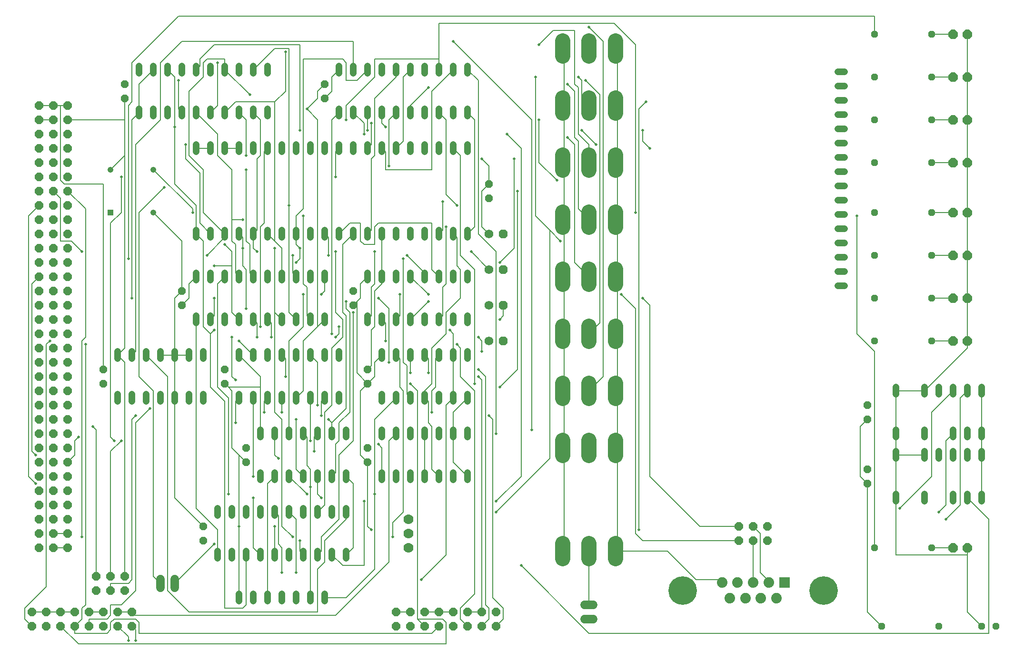
<source format=gbr>
G04 EAGLE Gerber RS-274X export*
G75*
%MOMM*%
%FSLAX34Y34*%
%LPD*%
%INTop Copper*%
%IPPOS*%
%AMOC8*
5,1,8,0,0,1.08239X$1,22.5*%
G01*
%ADD10P,1.649562X8X202.500000*%
%ADD11P,1.319650X8X202.500000*%
%ADD12C,1.219200*%
%ADD13P,1.814519X8X22.500000*%
%ADD14C,2.705100*%
%ADD15P,1.649562X8X22.500000*%
%ADD16C,1.050000*%
%ADD17R,1.050000X1.050000*%
%ADD18C,1.524000*%
%ADD19C,1.200000*%
%ADD20C,1.778000*%
%ADD21P,1.704548X8X22.500000*%
%ADD22C,1.574800*%
%ADD23P,1.539592X8X112.500000*%
%ADD24R,1.879600X1.879600*%
%ADD25C,1.879600*%
%ADD26C,5.080000*%
%ADD27C,0.152400*%
%ADD28C,0.508000*%


D10*
X50800Y177800D03*
X50800Y203200D03*
X50800Y228600D03*
X50800Y254000D03*
X50800Y279400D03*
X50800Y304800D03*
X50800Y330200D03*
X50800Y355600D03*
X50800Y381000D03*
X50800Y406400D03*
X50800Y431800D03*
X50800Y457200D03*
X50800Y482600D03*
X50800Y508000D03*
X50800Y533400D03*
X50800Y558800D03*
X76200Y177800D03*
X76200Y203200D03*
X76200Y228600D03*
X76200Y254000D03*
X76200Y279400D03*
X76200Y304800D03*
X76200Y330200D03*
X76200Y355600D03*
X76200Y381000D03*
X76200Y406400D03*
X76200Y431800D03*
X76200Y457200D03*
X76200Y482600D03*
X76200Y508000D03*
X76200Y533400D03*
X76200Y558800D03*
X101600Y177800D03*
X101600Y203200D03*
X101600Y228600D03*
X101600Y254000D03*
X101600Y279400D03*
X101600Y304800D03*
X101600Y330200D03*
X101600Y355600D03*
X101600Y381000D03*
X101600Y406400D03*
X101600Y431800D03*
X101600Y457200D03*
X101600Y482600D03*
X101600Y508000D03*
X101600Y533400D03*
X101600Y558800D03*
X50800Y584200D03*
X50800Y609600D03*
X50800Y635000D03*
X50800Y660400D03*
X50800Y685800D03*
X50800Y711200D03*
X50800Y736600D03*
X50800Y762000D03*
X50800Y787400D03*
X50800Y812800D03*
X50800Y838200D03*
X50800Y863600D03*
X50800Y889000D03*
X50800Y914400D03*
X50800Y939800D03*
X50800Y965200D03*
X76200Y584200D03*
X76200Y609600D03*
X76200Y635000D03*
X76200Y660400D03*
X76200Y685800D03*
X76200Y711200D03*
X76200Y736600D03*
X76200Y762000D03*
X76200Y787400D03*
X76200Y812800D03*
X76200Y838200D03*
X76200Y863600D03*
X76200Y889000D03*
X76200Y914400D03*
X76200Y939800D03*
X76200Y965200D03*
X101600Y584200D03*
X101600Y609600D03*
X101600Y635000D03*
X101600Y660400D03*
X101600Y685800D03*
X101600Y711200D03*
X101600Y736600D03*
X101600Y762000D03*
X101600Y787400D03*
X101600Y812800D03*
X101600Y838200D03*
X101600Y863600D03*
X101600Y889000D03*
X101600Y914400D03*
X101600Y939800D03*
X101600Y965200D03*
D11*
X1752600Y38100D03*
X1727200Y38100D03*
X1651000Y38100D03*
X1549400Y38100D03*
D12*
X330200Y730504D02*
X330200Y742696D01*
X355600Y742696D02*
X355600Y730504D01*
X482600Y730504D02*
X482600Y742696D01*
X508000Y742696D02*
X508000Y730504D01*
X381000Y730504D02*
X381000Y742696D01*
X406400Y742696D02*
X406400Y730504D01*
X457200Y730504D02*
X457200Y742696D01*
X431800Y742696D02*
X431800Y730504D01*
X533400Y730504D02*
X533400Y742696D01*
X558800Y742696D02*
X558800Y730504D01*
X584200Y730504D02*
X584200Y742696D01*
X609600Y742696D02*
X609600Y730504D01*
X635000Y730504D02*
X635000Y742696D01*
X660400Y742696D02*
X660400Y730504D01*
X685800Y730504D02*
X685800Y742696D01*
X711200Y742696D02*
X711200Y730504D01*
X736600Y730504D02*
X736600Y742696D01*
X762000Y742696D02*
X762000Y730504D01*
X787400Y730504D02*
X787400Y742696D01*
X812800Y742696D02*
X812800Y730504D01*
X812800Y882904D02*
X812800Y895096D01*
X787400Y895096D02*
X787400Y882904D01*
X762000Y882904D02*
X762000Y895096D01*
X736600Y895096D02*
X736600Y882904D01*
X711200Y882904D02*
X711200Y895096D01*
X685800Y895096D02*
X685800Y882904D01*
X660400Y882904D02*
X660400Y895096D01*
X635000Y895096D02*
X635000Y882904D01*
X609600Y882904D02*
X609600Y895096D01*
X584200Y895096D02*
X584200Y882904D01*
X558800Y882904D02*
X558800Y895096D01*
X533400Y895096D02*
X533400Y882904D01*
X508000Y882904D02*
X508000Y895096D01*
X482600Y895096D02*
X482600Y882904D01*
X457200Y882904D02*
X457200Y895096D01*
X431800Y895096D02*
X431800Y882904D01*
X406400Y882904D02*
X406400Y895096D01*
X381000Y895096D02*
X381000Y882904D01*
X355600Y882904D02*
X355600Y895096D01*
X330200Y895096D02*
X330200Y882904D01*
X635000Y590296D02*
X635000Y578104D01*
X660400Y578104D02*
X660400Y590296D01*
X787400Y590296D02*
X787400Y578104D01*
X812800Y578104D02*
X812800Y590296D01*
X685800Y590296D02*
X685800Y578104D01*
X711200Y578104D02*
X711200Y590296D01*
X762000Y590296D02*
X762000Y578104D01*
X736600Y578104D02*
X736600Y590296D01*
X812800Y654304D02*
X812800Y666496D01*
X787400Y666496D02*
X787400Y654304D01*
X762000Y654304D02*
X762000Y666496D01*
X736600Y666496D02*
X736600Y654304D01*
X711200Y654304D02*
X711200Y666496D01*
X685800Y666496D02*
X685800Y654304D01*
X660400Y654304D02*
X660400Y666496D01*
X635000Y666496D02*
X635000Y654304D01*
D13*
X1676400Y177800D03*
X1701800Y177800D03*
D14*
X1075690Y342075D02*
X1075690Y369126D01*
X1028700Y369126D02*
X1028700Y342075D01*
X981710Y342075D02*
X981710Y369126D01*
X1075690Y443675D02*
X1075690Y470726D01*
X1028700Y470726D02*
X1028700Y443675D01*
X981710Y443675D02*
X981710Y470726D01*
X1075690Y545275D02*
X1075690Y572326D01*
X1028700Y572326D02*
X1028700Y545275D01*
X981710Y545275D02*
X981710Y572326D01*
X1075690Y646875D02*
X1075690Y673926D01*
X1028700Y673926D02*
X1028700Y646875D01*
X981710Y646875D02*
X981710Y673926D01*
X1075690Y748475D02*
X1075690Y775526D01*
X1028700Y775526D02*
X1028700Y748475D01*
X981710Y748475D02*
X981710Y775526D01*
X1075690Y850075D02*
X1075690Y877126D01*
X1028700Y877126D02*
X1028700Y850075D01*
X981710Y850075D02*
X981710Y877126D01*
X1075690Y951675D02*
X1075690Y978726D01*
X1028700Y978726D02*
X1028700Y951675D01*
X981710Y951675D02*
X981710Y978726D01*
X1075690Y1053275D02*
X1075690Y1080326D01*
X1028700Y1080326D02*
X1028700Y1053275D01*
X981710Y1053275D02*
X981710Y1080326D01*
D12*
X228600Y958596D02*
X228600Y946404D01*
X254000Y946404D02*
X254000Y958596D01*
X381000Y958596D02*
X381000Y946404D01*
X406400Y946404D02*
X406400Y958596D01*
X279400Y958596D02*
X279400Y946404D01*
X304800Y946404D02*
X304800Y958596D01*
X355600Y958596D02*
X355600Y946404D01*
X330200Y946404D02*
X330200Y958596D01*
X431800Y958596D02*
X431800Y946404D01*
X457200Y946404D02*
X457200Y958596D01*
X457200Y1022604D02*
X457200Y1034796D01*
X431800Y1034796D02*
X431800Y1022604D01*
X406400Y1022604D02*
X406400Y1034796D01*
X381000Y1034796D02*
X381000Y1022604D01*
X355600Y1022604D02*
X355600Y1034796D01*
X330200Y1034796D02*
X330200Y1022604D01*
X304800Y1022604D02*
X304800Y1034796D01*
X279400Y1034796D02*
X279400Y1022604D01*
X254000Y1022604D02*
X254000Y1034796D01*
X228600Y1034796D02*
X228600Y1022604D01*
D11*
X1638300Y177800D03*
X1536700Y177800D03*
D13*
X1676400Y546100D03*
X1701800Y546100D03*
X1676400Y622300D03*
X1701800Y622300D03*
X1676400Y698500D03*
X1701800Y698500D03*
X1676400Y774700D03*
X1701800Y774700D03*
X1676400Y863600D03*
X1701800Y863600D03*
X1676400Y939800D03*
X1701800Y939800D03*
X1676400Y1016000D03*
X1701800Y1016000D03*
X1676400Y1092200D03*
X1701800Y1092200D03*
D11*
X1638300Y546100D03*
X1536700Y546100D03*
X1638300Y622300D03*
X1536700Y622300D03*
X1638300Y698500D03*
X1536700Y698500D03*
X1638300Y774700D03*
X1536700Y774700D03*
X1638300Y863600D03*
X1536700Y863600D03*
X1638300Y939800D03*
X1536700Y939800D03*
X1638300Y1016000D03*
X1536700Y1016000D03*
X1638300Y1092200D03*
X1536700Y1092200D03*
D12*
X330200Y590296D02*
X330200Y578104D01*
X355600Y578104D02*
X355600Y590296D01*
X482600Y590296D02*
X482600Y578104D01*
X508000Y578104D02*
X508000Y590296D01*
X381000Y590296D02*
X381000Y578104D01*
X406400Y578104D02*
X406400Y590296D01*
X457200Y590296D02*
X457200Y578104D01*
X431800Y578104D02*
X431800Y590296D01*
X533400Y590296D02*
X533400Y578104D01*
X558800Y578104D02*
X558800Y590296D01*
X558800Y654304D02*
X558800Y666496D01*
X533400Y666496D02*
X533400Y654304D01*
X508000Y654304D02*
X508000Y666496D01*
X482600Y666496D02*
X482600Y654304D01*
X457200Y654304D02*
X457200Y666496D01*
X431800Y666496D02*
X431800Y654304D01*
X406400Y654304D02*
X406400Y666496D01*
X381000Y666496D02*
X381000Y654304D01*
X355600Y654304D02*
X355600Y666496D01*
X330200Y666496D02*
X330200Y654304D01*
X406400Y450596D02*
X406400Y438404D01*
X431800Y438404D02*
X431800Y450596D01*
X558800Y450596D02*
X558800Y438404D01*
X584200Y438404D02*
X584200Y450596D01*
X457200Y450596D02*
X457200Y438404D01*
X482600Y438404D02*
X482600Y450596D01*
X533400Y450596D02*
X533400Y438404D01*
X508000Y438404D02*
X508000Y450596D01*
X584200Y514604D02*
X584200Y526796D01*
X558800Y526796D02*
X558800Y514604D01*
X533400Y514604D02*
X533400Y526796D01*
X508000Y526796D02*
X508000Y514604D01*
X482600Y514604D02*
X482600Y526796D01*
X457200Y526796D02*
X457200Y514604D01*
X431800Y514604D02*
X431800Y526796D01*
X406400Y526796D02*
X406400Y514604D01*
D15*
X152400Y101600D03*
X152400Y127000D03*
X177800Y101600D03*
X177800Y127000D03*
X203200Y101600D03*
X203200Y127000D03*
D16*
X177800Y850900D03*
X254000Y850900D03*
X254000Y774700D03*
D17*
X177800Y774700D03*
D14*
X1075690Y184976D02*
X1075690Y157925D01*
X1028700Y157925D02*
X1028700Y184976D01*
X981710Y184976D02*
X981710Y157925D01*
D18*
X1021080Y50800D02*
X1036320Y50800D01*
X1036320Y76200D02*
X1021080Y76200D01*
D19*
X1471600Y1024900D02*
X1483600Y1024900D01*
X1483600Y999500D02*
X1471600Y999500D01*
X1471600Y974100D02*
X1483600Y974100D01*
X1483600Y948700D02*
X1471600Y948700D01*
X1471600Y923300D02*
X1483600Y923300D01*
X1483600Y897900D02*
X1471600Y897900D01*
X1471600Y872500D02*
X1483600Y872500D01*
X1483600Y847100D02*
X1471600Y847100D01*
X1471600Y821700D02*
X1483600Y821700D01*
X1483600Y796300D02*
X1471600Y796300D01*
X1471600Y770900D02*
X1483600Y770900D01*
X1483600Y745500D02*
X1471600Y745500D01*
X1471600Y720100D02*
X1483600Y720100D01*
X1483600Y694700D02*
X1471600Y694700D01*
X1471600Y669300D02*
X1483600Y669300D01*
X1483600Y643900D02*
X1471600Y643900D01*
D12*
X584200Y946404D02*
X584200Y958596D01*
X609600Y958596D02*
X609600Y946404D01*
X736600Y946404D02*
X736600Y958596D01*
X762000Y958596D02*
X762000Y946404D01*
X635000Y946404D02*
X635000Y958596D01*
X660400Y958596D02*
X660400Y946404D01*
X711200Y946404D02*
X711200Y958596D01*
X685800Y958596D02*
X685800Y946404D01*
X787400Y946404D02*
X787400Y958596D01*
X812800Y958596D02*
X812800Y946404D01*
X812800Y1022604D02*
X812800Y1034796D01*
X787400Y1034796D02*
X787400Y1022604D01*
X762000Y1022604D02*
X762000Y1034796D01*
X736600Y1034796D02*
X736600Y1022604D01*
X711200Y1022604D02*
X711200Y1034796D01*
X685800Y1034796D02*
X685800Y1022604D01*
X660400Y1022604D02*
X660400Y1034796D01*
X635000Y1034796D02*
X635000Y1022604D01*
X609600Y1022604D02*
X609600Y1034796D01*
X584200Y1034796D02*
X584200Y1022604D01*
X660400Y310896D02*
X660400Y298704D01*
X685800Y298704D02*
X685800Y310896D01*
X812800Y310896D02*
X812800Y298704D01*
X812800Y374904D02*
X812800Y387096D01*
X711200Y310896D02*
X711200Y298704D01*
X736600Y298704D02*
X736600Y310896D01*
X787400Y310896D02*
X787400Y298704D01*
X762000Y298704D02*
X762000Y310896D01*
X787400Y374904D02*
X787400Y387096D01*
X762000Y387096D02*
X762000Y374904D01*
X736600Y374904D02*
X736600Y387096D01*
X711200Y387096D02*
X711200Y374904D01*
X685800Y374904D02*
X685800Y387096D01*
X660400Y387096D02*
X660400Y374904D01*
D10*
X215900Y63500D03*
X215900Y38100D03*
X190500Y63500D03*
X190500Y38100D03*
X165100Y63500D03*
X165100Y38100D03*
X139700Y63500D03*
X139700Y38100D03*
X114300Y63500D03*
X114300Y38100D03*
X88900Y63500D03*
X88900Y38100D03*
X63500Y63500D03*
X63500Y38100D03*
X38100Y63500D03*
X38100Y38100D03*
D20*
X708025Y203200D03*
X708025Y228600D03*
X708025Y177800D03*
D10*
X863600Y63500D03*
X863600Y38100D03*
X838200Y63500D03*
X838200Y38100D03*
X812800Y63500D03*
X812800Y38100D03*
X787400Y63500D03*
X787400Y38100D03*
X762000Y63500D03*
X762000Y38100D03*
X736600Y63500D03*
X736600Y38100D03*
X711200Y63500D03*
X711200Y38100D03*
X685800Y63500D03*
X685800Y38100D03*
D12*
X444500Y298704D02*
X444500Y310896D01*
X469900Y310896D02*
X469900Y298704D01*
X596900Y298704D02*
X596900Y310896D01*
X596900Y374904D02*
X596900Y387096D01*
X495300Y310896D02*
X495300Y298704D01*
X520700Y298704D02*
X520700Y310896D01*
X571500Y310896D02*
X571500Y298704D01*
X546100Y298704D02*
X546100Y310896D01*
X571500Y374904D02*
X571500Y387096D01*
X546100Y387096D02*
X546100Y374904D01*
X520700Y374904D02*
X520700Y387096D01*
X495300Y387096D02*
X495300Y374904D01*
X469900Y374904D02*
X469900Y387096D01*
X444500Y387096D02*
X444500Y374904D01*
D21*
X876300Y673100D03*
D22*
X850900Y673100D03*
D21*
X876300Y609600D03*
D22*
X850900Y609600D03*
D21*
X876300Y546100D03*
D22*
X850900Y546100D03*
D21*
X876300Y736600D03*
D22*
X850900Y736600D03*
D23*
X1524000Y406400D03*
X1524000Y431800D03*
X1524000Y292100D03*
X1524000Y317500D03*
X850900Y800100D03*
X850900Y825500D03*
X609600Y609600D03*
X609600Y635000D03*
X381000Y469900D03*
X381000Y495300D03*
X635000Y469900D03*
X635000Y495300D03*
X635000Y330200D03*
X635000Y355600D03*
X419100Y330200D03*
X419100Y355600D03*
X304800Y609600D03*
X304800Y635000D03*
X558800Y977900D03*
X558800Y1003300D03*
X203200Y977900D03*
X203200Y1003300D03*
D18*
X266700Y121920D02*
X266700Y106680D01*
X292100Y106680D02*
X292100Y121920D01*
D12*
X660400Y438404D02*
X660400Y450596D01*
X685800Y450596D02*
X685800Y438404D01*
X812800Y438404D02*
X812800Y450596D01*
X812800Y514604D02*
X812800Y526796D01*
X711200Y450596D02*
X711200Y438404D01*
X736600Y438404D02*
X736600Y450596D01*
X787400Y450596D02*
X787400Y438404D01*
X762000Y438404D02*
X762000Y450596D01*
X787400Y514604D02*
X787400Y526796D01*
X762000Y526796D02*
X762000Y514604D01*
X736600Y514604D02*
X736600Y526796D01*
X711200Y526796D02*
X711200Y514604D01*
X685800Y514604D02*
X685800Y526796D01*
X660400Y526796D02*
X660400Y514604D01*
X406400Y94996D02*
X406400Y82804D01*
X431800Y82804D02*
X431800Y94996D01*
X457200Y94996D02*
X457200Y82804D01*
X482600Y82804D02*
X482600Y94996D01*
X508000Y94996D02*
X508000Y82804D01*
X533400Y82804D02*
X533400Y94996D01*
X558800Y94996D02*
X558800Y82804D01*
X368300Y159004D02*
X368300Y171196D01*
X393700Y171196D02*
X393700Y159004D01*
X520700Y159004D02*
X520700Y171196D01*
X546100Y171196D02*
X546100Y159004D01*
X419100Y159004D02*
X419100Y171196D01*
X444500Y171196D02*
X444500Y159004D01*
X495300Y159004D02*
X495300Y171196D01*
X469900Y171196D02*
X469900Y159004D01*
X571500Y159004D02*
X571500Y171196D01*
X596900Y171196D02*
X596900Y159004D01*
X596900Y235204D02*
X596900Y247396D01*
X571500Y247396D02*
X571500Y235204D01*
X546100Y235204D02*
X546100Y247396D01*
X520700Y247396D02*
X520700Y235204D01*
X495300Y235204D02*
X495300Y247396D01*
X469900Y247396D02*
X469900Y235204D01*
X444500Y235204D02*
X444500Y247396D01*
X419100Y247396D02*
X419100Y235204D01*
X393700Y235204D02*
X393700Y247396D01*
X368300Y247396D02*
X368300Y235204D01*
X1727200Y336804D02*
X1727200Y348996D01*
X1701800Y348996D02*
X1701800Y336804D01*
X1676400Y336804D02*
X1676400Y348996D01*
X1651000Y348996D02*
X1651000Y336804D01*
X1625600Y336804D02*
X1625600Y348996D01*
X1574800Y348996D02*
X1574800Y336804D01*
X1574800Y272796D02*
X1574800Y260604D01*
X1625600Y260604D02*
X1625600Y272796D01*
X1676400Y272796D02*
X1676400Y260604D01*
X1701800Y260604D02*
X1701800Y272796D01*
X1727200Y272796D02*
X1727200Y260604D01*
X1727200Y451104D02*
X1727200Y463296D01*
X1701800Y463296D02*
X1701800Y451104D01*
X1676400Y451104D02*
X1676400Y463296D01*
X1651000Y463296D02*
X1651000Y451104D01*
X1625600Y451104D02*
X1625600Y463296D01*
X1574800Y463296D02*
X1574800Y451104D01*
X1574800Y387096D02*
X1574800Y374904D01*
X1625600Y374904D02*
X1625600Y387096D01*
X1676400Y387096D02*
X1676400Y374904D01*
X1701800Y374904D02*
X1701800Y387096D01*
X1727200Y387096D02*
X1727200Y374904D01*
X190500Y438404D02*
X190500Y450596D01*
X215900Y450596D02*
X215900Y438404D01*
X342900Y438404D02*
X342900Y450596D01*
X342900Y514604D02*
X342900Y526796D01*
X241300Y450596D02*
X241300Y438404D01*
X266700Y438404D02*
X266700Y450596D01*
X317500Y450596D02*
X317500Y438404D01*
X292100Y438404D02*
X292100Y450596D01*
X317500Y514604D02*
X317500Y526796D01*
X292100Y526796D02*
X292100Y514604D01*
X266700Y514604D02*
X266700Y526796D01*
X241300Y526796D02*
X241300Y514604D01*
X215900Y514604D02*
X215900Y526796D01*
X190500Y526796D02*
X190500Y514604D01*
D24*
X1376200Y115800D03*
D25*
X1348500Y115800D03*
X1320800Y115800D03*
X1293100Y115800D03*
X1265400Y115800D03*
X1362300Y87400D03*
X1334600Y87400D03*
X1307000Y87400D03*
X1279300Y87400D03*
D26*
X1445800Y101600D03*
X1195800Y101600D03*
D15*
X1295400Y190500D03*
X1295400Y215900D03*
X1320800Y190500D03*
X1320800Y215900D03*
X1346200Y190500D03*
X1346200Y215900D03*
D23*
X342900Y190500D03*
X342900Y215900D03*
X165100Y469900D03*
X165100Y495300D03*
D27*
X787400Y330200D02*
X812800Y304800D01*
X787400Y330200D02*
X787400Y381000D01*
X787400Y419100D02*
X812800Y444500D01*
X787400Y419100D02*
X787400Y381000D01*
X609600Y177800D02*
X596900Y165100D01*
X609600Y177800D02*
X609600Y292100D01*
X596900Y304800D01*
X527050Y958850D02*
X546100Y977900D01*
X546100Y990600D01*
X558800Y1003300D01*
X546100Y571500D02*
X520700Y546100D01*
X546100Y571500D02*
X558800Y584200D01*
X520700Y546100D02*
X520700Y457200D01*
X508000Y444500D01*
X546100Y939800D02*
X527050Y958850D01*
X546100Y939800D02*
X546100Y571500D01*
X76200Y965200D02*
X50800Y965200D01*
X88900Y965200D02*
X101600Y965200D01*
X88900Y965200D02*
X76200Y965200D01*
X88900Y965200D02*
X88900Y831850D01*
X95250Y825500D01*
X165100Y825500D01*
X165100Y495300D01*
X660400Y660400D02*
X660400Y736600D01*
X304800Y723900D02*
X254000Y774700D01*
X304800Y723900D02*
X304800Y635000D01*
X101600Y177800D02*
X76200Y177800D01*
X266700Y520700D02*
X292100Y520700D01*
X317500Y520700D01*
X292100Y266700D02*
X342900Y215900D01*
X292100Y266700D02*
X292100Y444500D01*
X292100Y520700D01*
X292100Y622300D02*
X304800Y635000D01*
X292100Y622300D02*
X292100Y520700D01*
X635000Y495300D02*
X641350Y501650D01*
X641350Y565150D01*
X647700Y571500D01*
X647700Y635000D01*
X660400Y647700D01*
X660400Y660400D01*
X1701800Y63500D02*
X1727200Y38100D01*
X1701800Y165100D02*
X1701800Y177800D01*
X1701800Y165100D02*
X1701800Y63500D01*
X1625600Y457200D02*
X1574800Y457200D01*
X1574800Y342900D02*
X1574800Y266700D01*
X1574800Y342900D02*
X1574800Y381000D01*
X1574800Y342900D02*
X1625600Y342900D01*
X1574800Y381000D02*
X1574800Y457200D01*
X1574800Y165100D02*
X1701800Y165100D01*
X1574800Y165100D02*
X1574800Y266700D01*
X1701800Y546100D02*
X1701800Y622300D01*
X1701800Y698500D02*
X1701800Y774700D01*
X1701800Y698500D02*
X1701800Y622300D01*
X1701800Y863600D02*
X1701800Y939800D01*
X1701800Y1016000D02*
X1701800Y1092200D01*
X1701800Y1016000D02*
X1701800Y939800D01*
X1701800Y863600D02*
X1701800Y774700D01*
X1701800Y533400D02*
X1625600Y457200D01*
X1701800Y533400D02*
X1701800Y546100D01*
X850900Y857250D02*
X838200Y869950D01*
X850900Y857250D02*
X850900Y825500D01*
X825500Y939800D02*
X812800Y952500D01*
X825500Y939800D02*
X825500Y749300D01*
X812800Y736600D01*
X838200Y812800D02*
X850900Y825500D01*
X838200Y812800D02*
X838200Y749300D01*
X850900Y736600D01*
X1219200Y120650D02*
X1263650Y120650D01*
X1219200Y120650D02*
X1168400Y171450D01*
X1079500Y171450D01*
X1263650Y120650D02*
X1265400Y115800D01*
X1079500Y965200D02*
X1079500Y1066800D01*
X1075690Y1066800D01*
X1079500Y863600D02*
X1079500Y762000D01*
X1079500Y457200D02*
X1079500Y355600D01*
X1079500Y558800D02*
X1079500Y660400D01*
X1079500Y558800D02*
X1079500Y457200D01*
X1075690Y457200D01*
X1075690Y558800D02*
X1079500Y558800D01*
X1079500Y660400D02*
X1079500Y762000D01*
X1075690Y762000D01*
X1075690Y660400D02*
X1079500Y660400D01*
X1079500Y863600D02*
X1079500Y965200D01*
X1075690Y965200D01*
X1075690Y863600D02*
X1079500Y863600D01*
X1079500Y355600D02*
X1079500Y171450D01*
X1075690Y171450D01*
X1075690Y355600D02*
X1079500Y355600D01*
D28*
X527050Y958850D03*
X838200Y869950D03*
D27*
X355600Y889000D02*
X330200Y889000D01*
X381000Y889000D02*
X406400Y889000D01*
X76200Y939800D02*
X50800Y939800D01*
X177800Y850900D02*
X203200Y876300D01*
X203200Y939800D02*
X203200Y977900D01*
X203200Y939800D02*
X203200Y876300D01*
X203200Y533400D02*
X190500Y520700D01*
X203200Y533400D02*
X203200Y876300D01*
X203200Y939800D02*
X101600Y939800D01*
X406400Y520700D02*
X444500Y482600D01*
X444500Y463550D02*
X444500Y381000D01*
X444500Y463550D02*
X444500Y482600D01*
X101600Y203200D02*
X76200Y203200D01*
X393700Y355600D02*
X406400Y342900D01*
X419100Y330200D01*
X393700Y355600D02*
X393700Y457200D01*
X387350Y463550D02*
X381000Y469900D01*
X387350Y463550D02*
X393700Y457200D01*
X406400Y342900D02*
X406400Y215900D01*
X406400Y88900D01*
X387350Y463550D02*
X444500Y463550D01*
X1727200Y342900D02*
X1727200Y266700D01*
X1727200Y342900D02*
X1727200Y381000D01*
X1727200Y457200D01*
X1524000Y63500D02*
X1549400Y38100D01*
X1524000Y63500D02*
X1524000Y292100D01*
X1511300Y393700D02*
X1524000Y406400D01*
X1511300Y393700D02*
X1511300Y304800D01*
X1524000Y292100D01*
X660400Y520700D02*
X647700Y508000D01*
X647700Y482600D01*
X635000Y469900D01*
X622300Y342900D02*
X635000Y330200D01*
X622300Y342900D02*
X622300Y457200D01*
X635000Y469900D01*
X635000Y215900D02*
X641350Y209550D01*
X635000Y215900D02*
X635000Y330200D01*
X317500Y647700D02*
X330200Y660400D01*
X317500Y647700D02*
X317500Y622300D01*
X304800Y609600D01*
X622300Y647700D02*
X635000Y660400D01*
X622300Y647700D02*
X622300Y622300D01*
X615950Y615950D02*
X609600Y609600D01*
X615950Y615950D02*
X622300Y622300D01*
X615950Y488950D02*
X635000Y469900D01*
X615950Y488950D02*
X615950Y615950D01*
X984250Y355600D02*
X984250Y171450D01*
X981710Y171450D01*
X984250Y660400D02*
X984250Y762000D01*
X984250Y558800D02*
X984250Y457200D01*
X984250Y558800D02*
X984250Y660400D01*
X981710Y660400D01*
X981710Y558800D02*
X984250Y558800D01*
X984250Y457200D02*
X984250Y355600D01*
X981710Y355600D01*
X981710Y457200D02*
X984250Y457200D01*
X762000Y736600D02*
X768350Y742950D01*
X768350Y793750D01*
X571500Y1016000D02*
X584200Y1028700D01*
X571500Y1016000D02*
X571500Y990600D01*
X558800Y977900D01*
X984250Y965200D02*
X984250Y863600D01*
X984250Y965200D02*
X984250Y1066800D01*
X981710Y1066800D01*
X981710Y965200D02*
X984250Y965200D01*
X984250Y863600D02*
X984250Y762000D01*
X981710Y762000D01*
X981710Y863600D02*
X984250Y863600D01*
X203200Y508000D02*
X190500Y520700D01*
X203200Y508000D02*
X203200Y127000D01*
D28*
X406400Y215900D03*
X641350Y209550D03*
X768350Y793750D03*
D27*
X1016000Y920750D02*
X1041400Y895350D01*
X635000Y920750D02*
X635000Y952500D01*
X419100Y165100D02*
X419100Y76200D01*
X412750Y69850D01*
X381000Y69850D01*
X381000Y438150D01*
X355600Y463550D01*
X355600Y558800D01*
X342900Y571500D01*
X342900Y723900D01*
X330200Y736600D01*
X292100Y1016000D02*
X279400Y1028700D01*
X292100Y927100D02*
X292100Y825500D01*
X292100Y927100D02*
X292100Y1016000D01*
X292100Y825500D02*
X330200Y787400D01*
X330200Y736600D01*
X361950Y565150D02*
X355600Y558800D01*
D28*
X1041400Y895350D03*
X1016000Y920750D03*
X635000Y920750D03*
X361950Y565150D03*
X292100Y927100D03*
D27*
X431800Y177800D02*
X444500Y165100D01*
X431800Y177800D02*
X431800Y266700D01*
X44450Y342900D02*
X38100Y349250D01*
X38100Y647700D01*
X50800Y660400D01*
X393700Y596900D02*
X406400Y584200D01*
X393700Y679450D02*
X393700Y704850D01*
X393700Y679450D02*
X393700Y596900D01*
X393700Y704850D02*
X381000Y717550D01*
X1123950Y901700D02*
X1136650Y889000D01*
X1123950Y901700D02*
X1123950Y920750D01*
X666750Y927100D02*
X660400Y933450D01*
X660400Y952500D01*
X336550Y1035050D02*
X330200Y1028700D01*
X336550Y1035050D02*
X336550Y1047750D01*
X361950Y1073150D01*
X514350Y1073150D01*
X514350Y920750D01*
X336550Y755650D02*
X355600Y736600D01*
X336550Y755650D02*
X336550Y844550D01*
X311150Y869950D01*
X311150Y895350D01*
X361950Y679450D02*
X393700Y679450D01*
D28*
X431800Y266700D03*
X44450Y342900D03*
X381000Y717550D03*
X1136650Y889000D03*
X1123950Y920750D03*
X666750Y927100D03*
X514350Y920750D03*
X311150Y895350D03*
X361950Y679450D03*
D27*
X774700Y806450D02*
X793750Y787400D01*
X774700Y806450D02*
X774700Y939800D01*
X762000Y952500D01*
X412750Y730250D02*
X406400Y736600D01*
X412750Y711200D02*
X412750Y679450D01*
X412750Y711200D02*
X412750Y730250D01*
X412750Y679450D02*
X419100Y673100D01*
X419100Y603250D01*
X431800Y1028700D02*
X469900Y1066800D01*
X495300Y1066800D01*
X495300Y787400D02*
X495300Y596900D01*
X495300Y787400D02*
X495300Y1066800D01*
X495300Y596900D02*
X508000Y584200D01*
X552450Y171450D02*
X546100Y165100D01*
X552450Y171450D02*
X552450Y196850D01*
X584200Y228600D01*
X584200Y342900D01*
X609600Y368300D01*
X609600Y596900D01*
D28*
X793750Y787400D03*
X419100Y603250D03*
X609600Y596900D03*
X412750Y711200D03*
X495300Y787400D03*
D27*
X1111250Y774700D02*
X1111250Y1073150D01*
X1073150Y1111250D01*
X762000Y1111250D01*
X762000Y1047750D02*
X762000Y1028700D01*
X762000Y1047750D02*
X762000Y1111250D01*
X438150Y742950D02*
X431800Y736600D01*
X438150Y742950D02*
X438150Y869950D01*
X444500Y876300D01*
X444500Y939800D01*
X431800Y952500D01*
X501650Y666750D02*
X508000Y660400D01*
X501650Y666750D02*
X501650Y698500D01*
X438150Y704850D02*
X431800Y711200D01*
X431800Y736600D01*
X558800Y254000D02*
X546100Y241300D01*
X558800Y254000D02*
X558800Y419100D01*
X571500Y431800D01*
X571500Y533400D01*
X590550Y552450D01*
X590550Y584200D01*
X577850Y596900D01*
X577850Y704850D01*
X647700Y1047750D02*
X762000Y1047750D01*
X647700Y1047750D02*
X647700Y1016000D01*
X596900Y965200D01*
X596900Y939800D01*
D28*
X1111250Y774700D03*
X501650Y698500D03*
X438150Y704850D03*
X577850Y704850D03*
X596900Y939800D03*
D27*
X469900Y723900D02*
X482600Y711200D01*
X469900Y723900D02*
X457200Y736600D01*
X482600Y711200D02*
X482600Y660400D01*
X381000Y952500D02*
X400050Y971550D01*
X469900Y971550D01*
X469900Y723900D01*
X933450Y768350D02*
X958850Y742950D01*
X977900Y723900D01*
X933450Y768350D02*
X933450Y1016000D01*
X958850Y336550D02*
X863600Y241300D01*
X958850Y336550D02*
X958850Y742950D01*
X488950Y990600D02*
X469900Y971550D01*
X488950Y990600D02*
X488950Y1060450D01*
D28*
X977900Y723900D03*
X933450Y1016000D03*
X863600Y241300D03*
X488950Y1060450D03*
D27*
X31750Y304800D02*
X44450Y292100D01*
X31750Y304800D02*
X31750Y768350D01*
X50800Y787400D01*
X400050Y666750D02*
X406400Y660400D01*
X400050Y666750D02*
X400050Y717550D01*
X393700Y723900D01*
X393700Y762000D02*
X393700Y850900D01*
X393700Y762000D02*
X393700Y723900D01*
X393700Y850900D02*
X368300Y876300D01*
X368300Y914400D01*
X330200Y952500D01*
X393700Y762000D02*
X412750Y762000D01*
D28*
X44450Y292100D03*
X412750Y762000D03*
D27*
X939800Y863600D02*
X971550Y831850D01*
X939800Y863600D02*
X939800Y939800D01*
X381000Y736600D02*
X342900Y774700D01*
X342900Y850900D01*
X317500Y876300D01*
X317500Y990600D01*
X342900Y1016000D01*
X342900Y1041400D01*
X349250Y1047750D01*
X381000Y1047750D01*
X381000Y1028700D01*
X469900Y596900D02*
X482600Y584200D01*
X469900Y596900D02*
X469900Y711200D01*
X514350Y171450D02*
X520700Y165100D01*
X514350Y171450D02*
X514350Y190500D01*
X501650Y196850D02*
X482600Y215900D01*
X482600Y406400D01*
X469900Y419100D01*
X469900Y596900D01*
X349250Y698500D02*
X381000Y730250D01*
X381000Y736600D01*
X425450Y984250D02*
X381000Y1028700D01*
D28*
X971550Y831850D03*
X939800Y939800D03*
X469900Y711200D03*
X514350Y190500D03*
X501650Y196850D03*
X349250Y698500D03*
X425450Y984250D03*
D27*
X508000Y717550D02*
X514350Y711200D01*
X508000Y717550D02*
X508000Y736600D01*
X514350Y692150D02*
X508000Y685800D01*
X514350Y692150D02*
X514350Y711200D01*
X387350Y444500D02*
X387350Y273050D01*
X387350Y444500D02*
X368300Y463550D01*
X368300Y647700D01*
X381000Y660400D01*
X615950Y1009650D02*
X635000Y1028700D01*
X615950Y1009650D02*
X596900Y1009650D01*
X596900Y1041400D01*
X590550Y1047750D01*
X520700Y1047750D01*
X520700Y781050D01*
X508000Y768350D01*
X508000Y736600D01*
D28*
X514350Y711200D03*
X508000Y685800D03*
X387350Y273050D03*
D27*
X704850Y450850D02*
X711200Y444500D01*
X704850Y450850D02*
X704850Y501650D01*
X698500Y508000D01*
X698500Y692150D01*
X127000Y704850D02*
X107950Y723900D01*
X88900Y723900D01*
X88900Y800100D01*
X76200Y812800D01*
D28*
X698500Y692150D03*
X127000Y704850D03*
D27*
X400050Y438150D02*
X406400Y444500D01*
X400050Y438150D02*
X400050Y400050D01*
X120650Y374650D02*
X114300Y368300D01*
X114300Y342900D01*
X101600Y330200D01*
D28*
X400050Y400050D03*
X120650Y374650D03*
D27*
X431800Y304800D02*
X431800Y444500D01*
D28*
X431800Y304800D03*
D27*
X450850Y438150D02*
X457200Y444500D01*
X450850Y438150D02*
X450850Y419100D01*
D28*
X450850Y419100D03*
D27*
X152400Y387350D02*
X146050Y393700D01*
X152400Y387350D02*
X152400Y127000D01*
D28*
X146050Y393700D03*
D27*
X711200Y488950D02*
X711200Y520700D01*
D28*
X711200Y488950D03*
D27*
X869950Y463550D02*
X901700Y495300D01*
X901700Y812800D01*
D28*
X869950Y463550D03*
X901700Y812800D03*
D27*
X1536700Y527050D02*
X1536700Y177800D01*
X1536700Y527050D02*
X1504950Y558800D01*
X1504950Y768350D01*
D28*
X1504950Y768350D03*
D27*
X133350Y781050D02*
X101600Y812800D01*
X133350Y781050D02*
X133350Y552450D01*
X127000Y546100D01*
X127000Y196850D01*
D28*
X127000Y196850D03*
D27*
X400050Y476250D02*
X393700Y482600D01*
X393700Y552450D01*
D28*
X400050Y476250D03*
X393700Y552450D03*
D27*
X787400Y1079500D02*
X927100Y939800D01*
X927100Y387350D01*
D28*
X787400Y1079500D03*
X927100Y387350D03*
D27*
X304800Y952500D02*
X298450Y958850D01*
X298450Y1009650D01*
X1028700Y1104900D02*
X1054100Y1079500D01*
X1054100Y482600D01*
X1028700Y457200D01*
D28*
X298450Y1009650D03*
X1028700Y1104900D03*
D27*
X368300Y965200D02*
X355600Y952500D01*
X368300Y965200D02*
X368300Y1041400D01*
X1022350Y1009650D02*
X1047750Y984250D01*
X1047750Y577850D01*
X1028700Y558800D01*
D28*
X368300Y1041400D03*
X1022350Y1009650D03*
D27*
X419100Y939800D02*
X406400Y952500D01*
X419100Y939800D02*
X419100Y876300D01*
X990600Y908050D02*
X1003300Y895350D01*
X1003300Y685800D01*
X1028700Y660400D01*
D28*
X419100Y876300D03*
X990600Y908050D03*
D27*
X1003300Y990600D02*
X990600Y1003300D01*
X1003300Y990600D02*
X1003300Y908050D01*
X1009650Y901700D01*
X1009650Y781050D01*
X1028700Y762000D01*
D28*
X990600Y1003300D03*
D27*
X939800Y1073150D02*
X965200Y1098550D01*
X1003300Y1098550D01*
X1003300Y1003300D01*
X1009650Y996950D01*
X1009650Y914400D01*
X1028700Y895350D01*
X1028700Y863600D01*
D28*
X939800Y1073150D03*
D27*
X1009650Y1016000D02*
X1016000Y1009650D01*
X1016000Y977900D01*
X1028700Y965200D01*
D28*
X1009650Y1016000D03*
D27*
X1638300Y177800D02*
X1676400Y177800D01*
X1676400Y546100D02*
X1638300Y546100D01*
X1638300Y622300D02*
X1676400Y622300D01*
X1676400Y939800D02*
X1638300Y939800D01*
X1638300Y1092200D02*
X1676400Y1092200D01*
X1676400Y698500D02*
X1638300Y698500D01*
X1638300Y774700D02*
X1676400Y774700D01*
X1676400Y863600D02*
X1638300Y863600D01*
X1638300Y1016000D02*
X1676400Y1016000D01*
X209550Y965200D02*
X209550Y692150D01*
X209550Y965200D02*
X215900Y971550D01*
X215900Y1041400D01*
X298450Y1123950D01*
X1536700Y1123950D01*
X1536700Y1092200D01*
D28*
X209550Y692150D03*
D27*
X425450Y666750D02*
X431800Y660400D01*
X425450Y666750D02*
X425450Y717550D01*
X419100Y723900D01*
X419100Y850900D01*
D28*
X419100Y850900D03*
D27*
X869950Y685800D02*
X895350Y711200D01*
X895350Y869950D01*
D28*
X869950Y685800D03*
X895350Y869950D03*
D27*
X533400Y584200D02*
X527050Y590550D01*
X527050Y641350D01*
X520700Y647700D01*
X520700Y768350D01*
D28*
X520700Y768350D03*
D27*
X457200Y584200D02*
X463550Y577850D01*
X463550Y552450D01*
X577850Y552450D02*
X584200Y558800D01*
X584200Y571500D01*
D28*
X463550Y552450D03*
X577850Y552450D03*
X584200Y571500D03*
D27*
X438150Y577850D02*
X431800Y584200D01*
X438150Y577850D02*
X438150Y552450D01*
X831850Y552450D02*
X838200Y546100D01*
X838200Y527050D01*
D28*
X438150Y552450D03*
X831850Y552450D03*
X838200Y527050D03*
D27*
X361950Y590550D02*
X355600Y584200D01*
X361950Y590550D02*
X361950Y622300D01*
X654050Y622300D02*
X673100Y603250D01*
X673100Y508000D01*
D28*
X361950Y622300D03*
X654050Y622300D03*
X673100Y508000D03*
D27*
X482600Y444500D02*
X482600Y419100D01*
X222250Y412750D02*
X215900Y406400D01*
X215900Y120650D01*
X209550Y114300D01*
X177800Y114300D01*
X177800Y101600D01*
D28*
X482600Y419100D03*
X222250Y412750D03*
D27*
X533400Y444500D02*
X533400Y368300D01*
X196850Y368300D02*
X177800Y349250D01*
X177800Y127000D01*
D28*
X533400Y368300D03*
X196850Y368300D03*
D27*
X406400Y546100D02*
X431800Y520700D01*
X69850Y546100D02*
X63500Y539750D01*
X63500Y107950D01*
X25400Y69850D01*
X25400Y50800D01*
X38100Y38100D01*
D28*
X406400Y546100D03*
X69850Y546100D03*
D27*
X533400Y520700D02*
X546100Y508000D01*
X546100Y431800D01*
X247650Y425450D02*
X222250Y400050D01*
X222250Y101600D01*
X196850Y76200D01*
X177800Y76200D01*
X177800Y57150D01*
X171450Y50800D01*
X139700Y50800D01*
X139700Y38100D01*
D28*
X546100Y431800D03*
X247650Y425450D03*
D27*
X793750Y539750D02*
X800100Y533400D01*
X800100Y482600D01*
X825500Y457200D01*
X825500Y95250D01*
X800100Y69850D01*
X800100Y50800D01*
X812800Y38100D01*
D28*
X793750Y539750D03*
D27*
X831850Y495300D02*
X844550Y482600D01*
X844550Y76200D01*
X850900Y69850D01*
X850900Y50800D01*
X838200Y38100D01*
X209550Y19050D02*
X190500Y38100D01*
X209550Y19050D02*
X209550Y12700D01*
D28*
X831850Y495300D03*
X209550Y12700D03*
D27*
X552450Y438150D02*
X558800Y444500D01*
X552450Y438150D02*
X552450Y412750D01*
X850900Y412750D02*
X857250Y406400D01*
X857250Y88900D01*
X876300Y69850D01*
X876300Y50800D01*
X863600Y38100D01*
X222250Y31750D02*
X215900Y38100D01*
X222250Y31750D02*
X222250Y12700D01*
D28*
X552450Y412750D03*
X850900Y412750D03*
X222250Y12700D03*
D27*
X571500Y304800D02*
X577850Y311150D01*
X577850Y361950D01*
X584200Y368300D01*
X584200Y400050D01*
X603250Y419100D01*
X603250Y596900D01*
X596900Y603250D01*
X596900Y615950D01*
X215900Y622300D02*
X215900Y939800D01*
X228600Y952500D01*
X228600Y1003300D02*
X254000Y1028700D01*
X228600Y1003300D02*
X228600Y952500D01*
D28*
X596900Y615950D03*
X215900Y622300D03*
D27*
X482600Y520700D02*
X488950Y514350D01*
X488950Y482600D01*
X711200Y469900D02*
X723900Y457200D01*
X723900Y50800D01*
X736600Y38100D01*
X120650Y6350D02*
X88900Y38100D01*
X120650Y6350D02*
X774700Y6350D01*
X774700Y44450D01*
X768350Y50800D01*
X723900Y50800D01*
D28*
X488950Y482600D03*
X711200Y469900D03*
D27*
X133350Y539750D02*
X133350Y76200D01*
X127000Y69850D01*
X127000Y50800D01*
X114300Y38100D01*
X749300Y25400D02*
X762000Y38100D01*
X749300Y25400D02*
X228600Y25400D01*
X228600Y44450D01*
X222250Y50800D01*
X184150Y50800D01*
X177800Y44450D01*
X177800Y31750D01*
X171450Y25400D01*
X114300Y25400D01*
X114300Y38100D01*
D28*
X133350Y539750D03*
D27*
X1028700Y171450D02*
X1028700Y76200D01*
X596900Y88900D02*
X558800Y88900D01*
X596900Y88900D02*
X647700Y139700D01*
X647700Y273050D02*
X647700Y406400D01*
X647700Y273050D02*
X647700Y139700D01*
X647700Y406400D02*
X685800Y444500D01*
X527050Y273050D02*
X495300Y304800D01*
X800100Y876300D02*
X787400Y889000D01*
X800100Y876300D02*
X800100Y698500D01*
X825500Y673100D01*
X825500Y469900D01*
D28*
X527050Y273050D03*
X647700Y273050D03*
X825500Y469900D03*
D27*
X527050Y374650D02*
X520700Y381000D01*
X527050Y374650D02*
X527050Y323850D01*
X533400Y317500D01*
X533400Y285750D02*
X533400Y88900D01*
X533400Y285750D02*
X533400Y317500D01*
X736600Y444500D02*
X742950Y438150D01*
X742950Y400050D01*
X749300Y393700D01*
X749300Y317500D01*
X762000Y304800D01*
X793750Y730250D02*
X787400Y736600D01*
X793750Y730250D02*
X793750Y679450D01*
X800100Y673100D01*
X800100Y622300D01*
X774700Y596900D01*
X774700Y558800D01*
X749300Y533400D01*
X749300Y469900D01*
X736600Y457200D01*
X736600Y444500D01*
D28*
X533400Y285750D03*
D27*
X730250Y120650D02*
X774700Y165100D01*
X774700Y431800D01*
X787400Y444500D01*
X787400Y520700D01*
X450850Y882650D02*
X457200Y889000D01*
X450850Y882650D02*
X450850Y755650D01*
X444500Y749300D01*
X444500Y571500D01*
X781050Y565150D02*
X787400Y558800D01*
X787400Y520700D01*
D28*
X730250Y120650D03*
X444500Y571500D03*
X781050Y565150D03*
D27*
X330200Y584200D02*
X330200Y247650D01*
X368300Y209550D01*
X368300Y165100D01*
X571500Y939800D02*
X584200Y952500D01*
X571500Y939800D02*
X571500Y558800D01*
D28*
X571500Y558800D03*
D27*
X165100Y63500D02*
X139700Y63500D01*
X63500Y63500D02*
X38100Y63500D01*
X63500Y63500D02*
X88900Y63500D01*
X114300Y63500D01*
X190500Y63500D02*
X215900Y63500D01*
X673100Y368300D02*
X685800Y381000D01*
X673100Y368300D02*
X673100Y152400D01*
X577850Y57150D01*
X215900Y57150D01*
X215900Y63500D01*
X863600Y381000D02*
X863600Y704850D01*
X831850Y736600D01*
X831850Y1009650D01*
X812800Y1028700D01*
D28*
X863600Y381000D03*
D27*
X476250Y336550D02*
X469900Y342900D01*
X469900Y381000D01*
X628650Y933450D02*
X609600Y952500D01*
X628650Y933450D02*
X628650Y914400D01*
X882650Y914400D02*
X908050Y889000D01*
X908050Y304800D01*
X863600Y260350D01*
X552450Y266700D02*
X546100Y273050D01*
X546100Y304800D01*
D28*
X476250Y336550D03*
X628650Y914400D03*
X882650Y914400D03*
X863600Y260350D03*
X552450Y266700D03*
D27*
X539750Y374650D02*
X546100Y381000D01*
X539750Y374650D02*
X539750Y349250D01*
X184150Y368300D02*
X177800Y374650D01*
X177800Y755650D01*
X196850Y774700D01*
X196850Y838200D01*
X673100Y857250D02*
X673100Y939800D01*
X685800Y952500D01*
D28*
X539750Y349250D03*
X184150Y368300D03*
X196850Y838200D03*
X673100Y857250D03*
D27*
X711200Y965200D02*
X742950Y996950D01*
X711200Y965200D02*
X711200Y952500D01*
D28*
X742950Y996950D03*
D27*
X641350Y742950D02*
X635000Y736600D01*
X641350Y742950D02*
X641350Y869950D01*
X647700Y876300D01*
X647700Y977900D01*
X685800Y1016000D01*
X685800Y1028700D01*
X698500Y901700D02*
X685800Y889000D01*
X698500Y901700D02*
X698500Y1016000D01*
X711200Y1028700D01*
X660400Y889000D02*
X666750Y882650D01*
X666750Y850900D01*
X749300Y850900D01*
X749300Y990600D01*
X787400Y1028700D01*
X641350Y895350D02*
X635000Y889000D01*
X641350Y895350D02*
X641350Y933450D01*
D28*
X641350Y933450D03*
D27*
X1117600Y958850D02*
X1130300Y971550D01*
X1117600Y958850D02*
X1117600Y209550D01*
D28*
X1130300Y971550D03*
X1117600Y209550D03*
D27*
X711200Y63500D02*
X685800Y63500D01*
X736600Y63500D02*
X762000Y63500D01*
X787400Y63500D01*
X742950Y514350D02*
X736600Y520700D01*
X742950Y514350D02*
X742950Y488950D01*
X831850Y482600D02*
X838200Y476250D01*
X838200Y63500D01*
X812800Y63500D01*
D28*
X742950Y488950D03*
X831850Y482600D03*
D27*
X457200Y292100D02*
X457200Y88900D01*
X457200Y292100D02*
X469900Y304800D01*
X571500Y400050D02*
X565150Y406400D01*
X571500Y400050D02*
X571500Y381000D01*
X755650Y514350D02*
X762000Y520700D01*
X755650Y514350D02*
X755650Y463550D01*
X749300Y457200D01*
X749300Y419100D01*
X590550Y717550D02*
X609600Y736600D01*
X590550Y717550D02*
X590550Y596900D01*
X596900Y590550D01*
X596900Y425450D01*
X571500Y400050D01*
X508000Y317500D02*
X520700Y304800D01*
X508000Y317500D02*
X508000Y406400D01*
D28*
X565150Y406400D03*
X749300Y419100D03*
X508000Y406400D03*
D27*
X654050Y361950D02*
X660400Y355600D01*
X660400Y304800D01*
D28*
X654050Y361950D03*
D27*
X323850Y781050D02*
X254000Y850900D01*
X323850Y781050D02*
X323850Y774700D01*
D28*
X323850Y774700D03*
D27*
X584200Y736600D02*
X603250Y755650D01*
X622300Y755650D01*
X622300Y723900D01*
X628650Y717550D01*
X647700Y717550D01*
X647700Y749300D01*
X654050Y755650D01*
X749300Y755650D01*
X749300Y673100D01*
X762000Y660400D01*
X565150Y730250D02*
X558800Y736600D01*
X565150Y730250D02*
X565150Y698500D01*
X704850Y698500D02*
X736600Y666750D01*
X736600Y660400D01*
D28*
X565150Y698500D03*
X704850Y698500D03*
D27*
X711200Y660400D02*
X742950Y628650D01*
X1085850Y628650D02*
X1111250Y603250D01*
X1111250Y203200D01*
X1123950Y190500D01*
X1295400Y190500D01*
D28*
X742950Y628650D03*
X1085850Y628650D03*
D27*
X584200Y889000D02*
X577850Y882650D01*
X577850Y838200D01*
X273050Y819150D02*
X228600Y774700D01*
X228600Y482600D01*
X254000Y457200D01*
X254000Y127000D01*
X266700Y114300D01*
D28*
X577850Y838200D03*
X273050Y819150D03*
D27*
X869950Y584200D02*
X876300Y590550D01*
X876300Y609600D01*
D28*
X869950Y584200D03*
D27*
X742950Y615950D02*
X711200Y584200D01*
D28*
X742950Y615950D03*
D27*
X692150Y590550D02*
X685800Y584200D01*
X692150Y590550D02*
X692150Y628650D01*
D28*
X692150Y628650D03*
D27*
X641350Y590550D02*
X635000Y584200D01*
X641350Y590550D02*
X641350Y641350D01*
X647700Y647700D01*
X647700Y704850D01*
X819150Y704850D02*
X850900Y673100D01*
D28*
X647700Y704850D03*
X819150Y704850D03*
D27*
X666750Y577850D02*
X660400Y584200D01*
X666750Y577850D02*
X666750Y546100D01*
D28*
X666750Y546100D03*
D27*
X762000Y584200D02*
X768350Y590550D01*
X768350Y641350D01*
X774700Y647700D01*
X774700Y749300D01*
D28*
X774700Y749300D03*
D27*
X685800Y520700D02*
X692150Y514350D01*
X692150Y463550D01*
X698500Y457200D01*
X698500Y241300D01*
X679450Y222250D01*
X679450Y196850D01*
X361950Y184150D02*
X292100Y114300D01*
D28*
X679450Y196850D03*
X361950Y184150D03*
D27*
X736600Y304800D02*
X736600Y381000D01*
X495300Y381000D02*
X495300Y546100D01*
X520700Y571500D01*
X520700Y628650D01*
X552450Y628650D02*
X558800Y635000D01*
X558800Y660400D01*
D28*
X520700Y628650D03*
X552450Y628650D03*
D27*
X1651000Y241300D02*
X1663700Y254000D01*
X1663700Y368300D01*
X1676400Y381000D01*
D28*
X1651000Y241300D03*
D27*
X476250Y234950D02*
X469900Y241300D01*
X476250Y234950D02*
X476250Y184150D01*
X482600Y177800D01*
X482600Y133350D01*
D28*
X482600Y133350D03*
D27*
X508000Y228600D02*
X495300Y241300D01*
X508000Y228600D02*
X508000Y133350D01*
X1663700Y228600D02*
X1689100Y254000D01*
X1689100Y444500D01*
X1701800Y457200D01*
D28*
X508000Y133350D03*
X1663700Y228600D03*
D27*
X1638300Y304800D02*
X1581150Y247650D01*
X1638300Y304800D02*
X1638300Y419100D01*
X1676400Y457200D01*
D28*
X1581150Y247650D03*
D27*
X590550Y146050D02*
X571500Y165100D01*
X590550Y146050D02*
X628650Y146050D01*
X628650Y260350D01*
D28*
X628650Y260350D03*
D27*
X908050Y146050D02*
X1028700Y25400D01*
X1739900Y25400D01*
X1739900Y228600D01*
X1701800Y266700D01*
D28*
X908050Y146050D03*
D27*
X469900Y165100D02*
X469900Y215900D01*
D28*
X469900Y215900D03*
D27*
X279400Y482600D02*
X241300Y520700D01*
X279400Y482600D02*
X279400Y101600D01*
X317500Y63500D01*
X546100Y63500D01*
X546100Y139700D01*
X558800Y152400D01*
X558800Y190500D01*
X596900Y228600D01*
X596900Y241300D01*
X222250Y527050D02*
X215900Y520700D01*
X222250Y527050D02*
X222250Y895350D01*
X266700Y939800D01*
X266700Y1041400D01*
X304800Y1079500D01*
X609600Y1079500D01*
X609600Y1028700D01*
X1320800Y215900D02*
X1333500Y203200D01*
X1333500Y133350D01*
X1346200Y120650D01*
X1348500Y115800D01*
X1320800Y115800D02*
X1320800Y190500D01*
X1136650Y609600D02*
X1123950Y622300D01*
X1136650Y609600D02*
X1136650Y304800D01*
X1225550Y215900D01*
X1295400Y215900D01*
D28*
X1123950Y622300D03*
M02*

</source>
